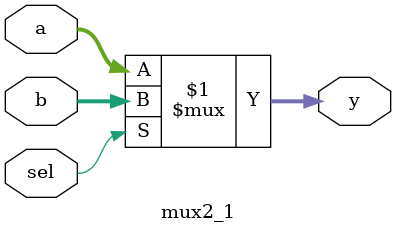
<source format=v>
`timescale 1ns / 1ps

module mux2_1(
input [99:0]a          ,
input [99:0]b          ,
input sel              ,
output [99:0]y
 );
 
 assign y= sel ? b : a ;
 
endmodule

</source>
